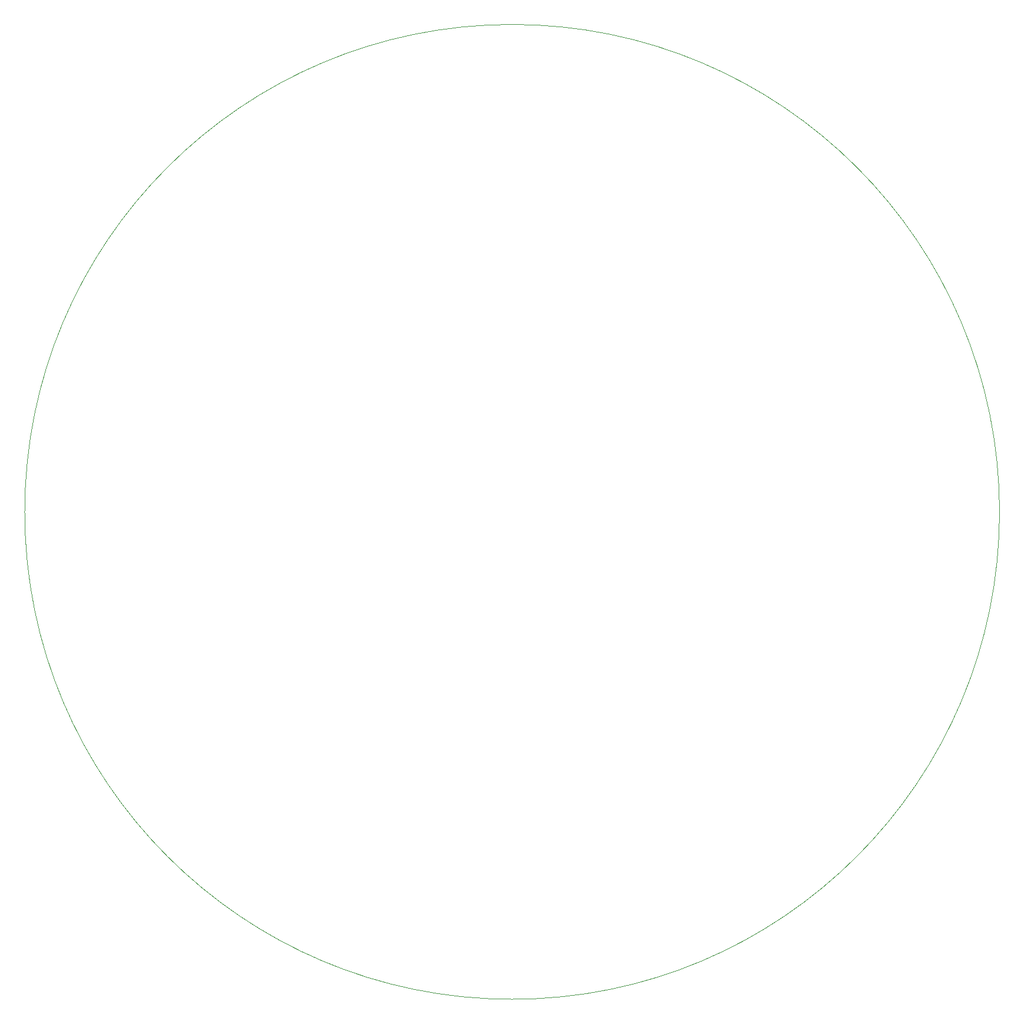
<source format=gbr>
%TF.GenerationSoftware,KiCad,Pcbnew,7.0.1-0*%
%TF.CreationDate,2023-05-22T13:40:42+09:00*%
%TF.ProjectId,AvionicsMountPlate,4176696f-6e69-4637-934d-6f756e74506c,rev?*%
%TF.SameCoordinates,Original*%
%TF.FileFunction,Profile,NP*%
%FSLAX46Y46*%
G04 Gerber Fmt 4.6, Leading zero omitted, Abs format (unit mm)*
G04 Created by KiCad (PCBNEW 7.0.1-0) date 2023-05-22 13:40:42*
%MOMM*%
%LPD*%
G01*
G04 APERTURE LIST*
%TA.AperFunction,Profile*%
%ADD10C,0.100000*%
%TD*%
G04 APERTURE END LIST*
D10*
X219618059Y-87388059D02*
G75*
G03*
X219618059Y-87388059I-70000000J0D01*
G01*
M02*

</source>
